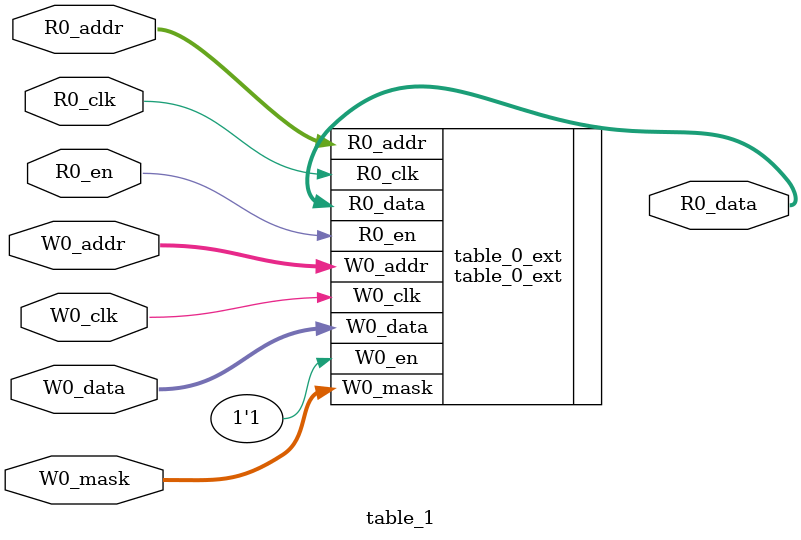
<source format=sv>
`ifndef RANDOMIZE
  `ifdef RANDOMIZE_REG_INIT
    `define RANDOMIZE
  `endif // RANDOMIZE_REG_INIT
`endif // not def RANDOMIZE
`ifndef RANDOMIZE
  `ifdef RANDOMIZE_MEM_INIT
    `define RANDOMIZE
  `endif // RANDOMIZE_MEM_INIT
`endif // not def RANDOMIZE

`ifndef RANDOM
  `define RANDOM $random
`endif // not def RANDOM

// Users can define 'PRINTF_COND' to add an extra gate to prints.
`ifndef PRINTF_COND_
  `ifdef PRINTF_COND
    `define PRINTF_COND_ (`PRINTF_COND)
  `else  // PRINTF_COND
    `define PRINTF_COND_ 1
  `endif // PRINTF_COND
`endif // not def PRINTF_COND_

// Users can define 'ASSERT_VERBOSE_COND' to add an extra gate to assert error printing.
`ifndef ASSERT_VERBOSE_COND_
  `ifdef ASSERT_VERBOSE_COND
    `define ASSERT_VERBOSE_COND_ (`ASSERT_VERBOSE_COND)
  `else  // ASSERT_VERBOSE_COND
    `define ASSERT_VERBOSE_COND_ 1
  `endif // ASSERT_VERBOSE_COND
`endif // not def ASSERT_VERBOSE_COND_

// Users can define 'STOP_COND' to add an extra gate to stop conditions.
`ifndef STOP_COND_
  `ifdef STOP_COND
    `define STOP_COND_ (`STOP_COND)
  `else  // STOP_COND
    `define STOP_COND_ 1
  `endif // STOP_COND
`endif // not def STOP_COND_

// Users can define INIT_RANDOM as general code that gets injected into the
// initializer block for modules with registers.
`ifndef INIT_RANDOM
  `define INIT_RANDOM
`endif // not def INIT_RANDOM

// If using random initialization, you can also define RANDOMIZE_DELAY to
// customize the delay used, otherwise 0.002 is used.
`ifndef RANDOMIZE_DELAY
  `define RANDOMIZE_DELAY 0.002
`endif // not def RANDOMIZE_DELAY

// Define INIT_RANDOM_PROLOG_ for use in our modules below.
`ifndef INIT_RANDOM_PROLOG_
  `ifdef RANDOMIZE
    `ifdef VERILATOR
      `define INIT_RANDOM_PROLOG_ `INIT_RANDOM
    `else  // VERILATOR
      `define INIT_RANDOM_PROLOG_ `INIT_RANDOM #`RANDOMIZE_DELAY begin end
    `endif // VERILATOR
  `else  // RANDOMIZE
    `define INIT_RANDOM_PROLOG_
  `endif // RANDOMIZE
`endif // not def INIT_RANDOM_PROLOG_

module table_1(	// @[tage.scala:91:27]
  input  [7:0]  R0_addr,
  input         R0_en,
                R0_clk,
  input  [7:0]  W0_addr,
  input         W0_clk,
  input  [47:0] W0_data,
  input  [3:0]  W0_mask,
  output [47:0] R0_data
);

  table_0_ext table_0_ext (	// @[tage.scala:91:27]
    .R0_addr (R0_addr),
    .R0_en   (R0_en),
    .R0_clk  (R0_clk),
    .W0_addr (W0_addr),
    .W0_en   (1'h1),
    .W0_clk  (W0_clk),
    .W0_data (W0_data),
    .W0_mask (W0_mask),
    .R0_data (R0_data)
  );
endmodule


</source>
